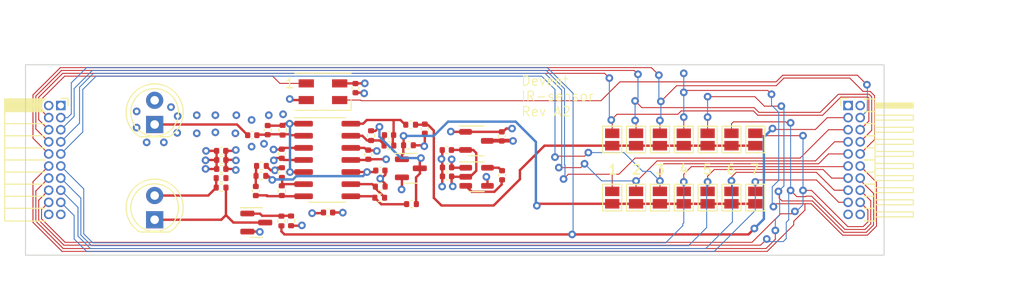
<source format=kicad_pcb>
(kicad_pcb (version 20240108) (generator "pcbnew") (generator_version "8.0")
  (layers (0 "F.Cu" signal) (1 "In1.Cu" signal) (2 "In2.Cu" signal) (31 "B.Cu" signal) (34 "B.Paste" user) (35 "F.Paste" user) (36 "B.SilkS" user "B.Silkscreen") (37 "F.SilkS" user "F.Silkscreen") (38 "B.Mask" user) (39 "F.Mask" user) (44 "Edge.Cuts" user))
  (net 0 "")
  (net 1 "Net-(U1C-+)")
  (net 2 "GND")
  (net 3 "Net-(D5-K)")
  (net 4 "Net-(U1B-+)")
  (net 5 "Net-(D6-K)")
  (net 6 "Net-(U1B--)")
  (net 7 "/PWM_SEND")
  (net 8 "/PWM_RCV")
  (net 9 "Net-(U1C--)")
  (net 10 "+2V5")
  (net 11 "+5V")
  (net 12 "Net-(C6-Pad1)")
  (net 13 "Net-(Q2-D)")
  (net 14 "Net-(R4-Pad1)")
  (net 15 "/DOG")
  (net 16 "-2V5")
  (net 17 "Net-(D6-A)")
  (net 18 "/INDICATOR_IN")
  (net 19 "Net-(U1A--)")
  (net 20 "Net-(C13-Pad1)")
  (net 21 "Net-(U1D--)")
  (net 22 "Net-(C6-Pad2)")
  (net 23 "Net-(U4-CFLY-)")
  (net 24 "Net-(U4-CFLY+)")
  (net 25 "Net-(Q1-G)")
  (net 26 "/INDICATOR_OUT")
  (net 27 "/PWM_RCV_1")
  (net 28 "/PWM_RCV_2")
  (net 29 "/DOG_7")
  (net 30 "/DOG_4")
  (net 31 "/DOG_5")
  (net 32 "/PWM_RCV_3")
  (net 33 "/PWM_RCV_6")
  (net 34 "/PWM_RCV_7")
  (net 35 "/PWM_RCV_5")
  (net 36 "/DOG_2")
  (net 37 "/PWM_RCV_4")
  (net 38 "/DOG_6")
  (net 39 "/DOG_3")
  (net 40 "/DOG_1")
  (footprint "LED_SMD:LED_SK6812MINI_PLCC4_3.5x3.5mm_P1.75mm" (layer "F.Cu") (at 81.18 52.835)
    (property "Reference" "D4" (hide yes))
    (property "Value" "SK6812MINI" (hide yes))
  )
  (footprint "Resistor_SMD:R_0402_1005Metric" (layer "F.Cu") (at 76.875 61.325 -90)
    (property "Reference" "R3" (hide yes))
    (property "Value" "1k" (hide yes))
  )
  (footprint "Jumper:SolderJumper-2_P1.3mm_Open_Pad1.0x1.5mm" (layer "F.Cu") (at 114 57.85 -90)
    (property "Reference" "JP2" (hide yes))
    (property "Value" "Jumper_2_Open" (hide yes))
  )
  (footprint "Capacitor_SMD:C_0402_1005Metric" (layer "F.Cu") (at 70.52 60 180)
    (property "Reference" "C7" (hide yes))
    (property "Value" "2.2u" (hide yes))
  )
  (footprint "LED_THT:LED_D5.0mm" (layer "F.Cu") (at 63.535 56.275 90)
    (property "Reference" "D5" (hide yes))
    (property "Value" "D_Photo" (hide yes))
  )
  (footprint "Capacitor_SMD:C_0402_1005Metric" (layer "F.Cu") (at 99.925 57.525 -90)
    (property "Reference" "C5" (hide yes))
    (property "Value" "2.2u" (hide yes))
  )
  (footprint "Resistor_SMD:R_0402_1005Metric" (layer "F.Cu") (at 77.835 66.395 90)
    (property "Reference" "R12" (hide yes))
    (property "Value" "100k" (hide yes))
  )
  (footprint "Resistor_SMD:R_0402_1005Metric" (layer "F.Cu") (at 70.5 62.9)
    (property "Reference" "R9" (hide yes))
    (property "Value" "10k" (hide yes))
  )
  (footprint "Package_SO:SOIC-14_3.9x8.7mm_P1.27mm" (layer "F.Cu") (at 81.625 60)
    (property "Reference" "U1" (hide yes))
    (property "Value" "MCP6004" (hide yes))
  )
  (footprint "Package_TO_SOT_SMD:SOT-23-3" (layer "F.Cu") (at 97.265 57.995)
    (property "Reference" "U2" (hide yes))
    (property "Value" "HX6206P252MR" (hide yes))
  )
  (footprint "Package_TO_SOT_SMD:SOT-23" (layer "F.Cu") (at 74.19 66.57)
    (property "Reference" "Q1" (hide yes))
    (property "Value" "BSS138" (hide yes))
  )
  (footprint "Jumper:SolderJumper-2_P1.3mm_Open_Pad1.0x1.5mm" (layer "F.Cu") (at 121.5 57.85 -90)
    (property "Reference" "JP5" (hide yes))
    (property "Value" "Jumper_2_Open" (hide yes))
  )
  (footprint "Jumper:SolderJumper-2_P1.3mm_Open_Pad1.0x1.5mm" (layer "F.Cu") (at 116.5 57.85 -90)
    (property "Reference" "JP3" (hide yes))
    (property "Value" "Jumper_2_Open" (hide yes))
  )
  (footprint "Resistor_SMD:R_0402_1005Metric" (layer "F.Cu") (at 76.945 56.875 90)
    (property "Reference" "R1" (hide yes))
    (property "Value" "100k" (hide yes))
  )
  (footprint "Resistor_SMD:R_0402_1005Metric" (layer "F.Cu") (at 90.37 56.295 180)
    (property "Reference" "R18" (hide yes))
    (property "Value" "10k" (hide yes))
  )
  (footprint "Capacitor_SMD:C_0402_1005Metric" (layer "F.Cu") (at 94.185 60.785)
    (property "Reference" "C18" (hide yes))
    (property "Value" "2.2u" (hide yes))
  )
  (footprint "Resistor_SMD:R_0402_1005Metric" (layer "F.Cu") (at 90.14 58.46 180)
    (property "Reference" "R7" (hide yes))
    (property "Value" "100k" (hide yes))
  )
  (footprint "Jumper:SolderJumper-2_P1.3mm_Open_Pad1.0x1.5mm" (layer "F.Cu") (at 124 63.95 -90)
    (property "Reference" "JP13" (hide yes))
    (property "Value" "Jumper_2_Open" (hide yes))
  )
  (footprint "Resistor_SMD:R_0402_1005Metric" (layer "F.Cu") (at 70.5 61.9)
    (property "Reference" "R11" (hide yes))
    (property "Value" "200" (hide yes))
  )
  (footprint "Package_TO_SOT_SMD:SOT-23" (layer "F.Cu") (at 90.395 60.875)
    (property "Reference" "Q2" (hide yes))
    (property "Value" "BSS138" (hide yes))
  )
  (footprint "Capacitor_SMD:C_0402_1005Metric" (layer "F.Cu") (at 88.105 57.385 180)
    (property "Reference" "C13" (hide yes))
    (property "Value" "100n" (hide yes))
  )
  (footprint "Resistor_SMD:R_0402_1005Metric" (layer "F.Cu") (at 76.825 66.405 90)
    (property "Reference" "R8" (hide yes))
    (property "Value" "100" (hide yes))
  )
  (footprint "LED_THT:LED_D5.0mm" (layer "F.Cu") (at 63.535 66.275 90)
    (property "Reference" "D6" (hide yes))
    (property "Value" "IR-LED" (hide yes))
  )
  (footprint "Jumper:SolderJumper-2_P1.3mm_Open_Pad1.0x1.5mm" (layer "F.Cu") (at 119 57.85 -90)
    (property "Reference" "JP4" (hide yes))
    (property "Value" "Jumper_2_Open" (hide yes))
  )
  (footprint "Resistor_SMD:R_0402_1005Metric" (layer "F.Cu") (at 86.225 57.445 90)
    (property "Reference" "R16" (hide yes))
    (property "Value" "1k" (hide yes))
  )
  (footprint "Resistor_SMD:R_0402_1005Metric" (layer "F.Cu") (at 74.731 60.627)
    (property "Reference" "R14" (hide yes))
    (property "Value" "1k" (hide yes))
  )
  (footprint "Resistor_SMD:R_0402_1005Metric" (layer "F.Cu") (at 90.46 64.635 180)
    (property "Reference" "R6" (hide yes))
    (property "Value" "100" (hide yes))
  )
  (footprint "Connector_PinSocket_1.27mm:PinSocket_2x10_P1.27mm_Horizontal" (layer "F.Cu") (at 53.7 54.285)
    (property "Reference" "J3" (hide yes))
    (property "Value" "Conn_02x10_Odd_Even" (hide yes))
  )
  (footprint "Capacitor_SMD:C_0402_1005Metric" (layer "F.Cu") (at 87.195 61.105)
    (property "Reference" "C9" (hide yes))
    (property "Value" "10nF" (hide yes))
  )
  (footprint "Resistor_SMD:R_0402_1005Metric" (layer "F.Cu") (at 87.125 63.965)
    (property "Reference" "R4" (hide yes))
    (property "Value" "10k" (hide yes))
  )
  (footprint "Connector_PinHeader_1.27mm:PinHeader_2x10_P1.27mm_Horizontal" (layer "F.Cu") (at 136.225 54.285)
    (property "Reference" "J2" (hide yes))
    (property "Value" "Conn_02x10_Odd_Even" (hide yes))
  )
  (footprint "Jumper:SolderJumper-2_P1.3mm_Open_Pad1.0x1.5mm" (layer "F.Cu") (at 111.5 57.85 -90)
    (property "Reference" "JP1" (hide yes))
    (property "Value" "Jumper_2_Open" (hide yes))
  )
  (footprint "Capacitor_SMD:C_0402_1005Metric" (layer "F.Cu") (at 81.715 65.515)
    (property "Reference" "C8" (hide yes))
    (property "Value" "2.2u" (hide yes))
  )
  (footprint "Jumper:SolderJumper-2_P1.3mm_Open_Pad1.0x1.5mm" (layer "F.Cu") (at 116.5 63.95 -90)
    (property "Reference" "JP10" (hide yes))
    (property "Value" "Jumper_2_Open" (hide yes))
  )
  (footprint "Jumper:SolderJumper-2_P1.3mm_Open_Pad1.0x1.5mm" (layer "F.Cu") (at 114 63.95 -90)
    (property "Reference" "JP9" (hide yes))
    (property "Value" "Jumper_2_Open" (hide yes))
  )
  (footprint "Capacitor_SMD:C_0402_1005Metric" (layer "F.Cu") (at 84.585 52.455 -90)
    (property "Reference" "C3" (hide yes))
    (property "Value" "100n" (hide yes))
  )
  (footprint "Resistor_SMD:R_0402_1005Metric" (layer "F.Cu") (at 88.095 58.485 180)
    (property "Reference" "R17" (hide yes))
    (property "Value" "100k" (hide yes))
  )
  (footprint "Capacitor_SMD:C_0402_1005Metric" (layer "F.Cu") (at 94.185 61.725)
    (property "Reference" "C16" (hide yes))
    (property "Value" "2.2u" (hide yes))
  )
  (footprint "Jumper:SolderJumper-2_P1.3mm_Open_Pad1.0x1.5mm" (layer "F.Cu") (at 119 63.95 -90)
    (property "Reference" "JP11" (hide yes))
    (property "Value" "Jumper_2_Open" (hide yes))
  )
  (footprint "Capacitor_SMD:C_0402_1005Metric" (layer "F.Cu") (at 73.77 57.4 180)
    (property "Reference" "C15" (hide yes))
    (property "Value" "10nF" (hide yes))
  )
  (footprint "Capacitor_SMD:C_0402_1005Metric" (layer "F.Cu") (at 75.385 56.865 90)
    (property "Reference" "C1" (hide yes))
    (property "Value" "1nF" (hide yes))
  )
  (footprint "Capacitor_SMD:C_0402_1005Metric" (layer "F.Cu") (at 76.865 59.345 -90)
    (property "Reference" "C2" (hide yes))
    (property "Value" "100n" (hide yes))
  )
  (footprint "Resistor_SMD:R_0402_1005Metric" (layer "F.Cu") (at 74.675 61.675)
    (property "Reference" "R15" (hide yes))
    (property "Value" "4.7k" (hide yes))
  )
  (footprint "Resistor_SMD:R_0402_1005Metric" (layer "F.Cu") (at 76.865 63.225 -90)
    (property "Reference" "R2" (hide yes))
    (property "Value" "100k" (hide yes))
  )
  (footprint "Capacitor_SMD:C_0402_1005Metric" (layer "F.Cu") (at 94.165 58.955)
    (property "Reference" "C12" (hide yes))
    (property "Value" "2.2u" (hide yes))
  )
  (footprint "Jumper:SolderJumper-2_P1.3mm_Open_Pad1.0x1.5mm" (layer "F.Cu") (at 121.5 63.95 -90)
    (property "Reference" "JP12" (hide yes))
    (property "Value" "Jumper_2_Open" (hide yes))
  )
  (footprint "Capacitor_SMD:C_0402_1005Metric" (layer "F.Cu") (at 91.855 56.72 -90)
    (property "Reference" "C11" (hide yes))
    (property "Value" "100n" (hide yes))
  )
  (footprint "Capacitor_SMD:C_0402_1005Metric" (layer "F.Cu") (at 70.52 60.95 180)
    (property "Reference" "C4" (hide yes))
    (property "Value" "100n" (hide yes))
  )
  (footprint "Capacitor_SMD:C_0402_1005Metric" (layer "F.Cu") (at 74.14 63.26 -90)
    (property "Reference" "C6" (hide yes))
    (property "Value" "10nF" (hide yes))
  )
  (footprint "Jumper:SolderJumper-2_P1.3mm_Open_Pad1.0x1.5mm" (layer "F.Cu") (at 126.5 63.95 -90)
    (property "Reference" "JP14" (hide yes))
    (property "Value" "Jumper_2_Open" (hide yes))
  )
  (footprint "Jumper:SolderJumper-2_P1.3mm_Open_Pad1.0x1.5mm" (layer "F.Cu") (at 126.5 57.85 -90)
    (property "Reference" "JP7" (hide yes))
    (property "Value" "Jumper_2_Open" (hide yes))
  )
  (footprint "Resistor_SMD:R_0402_1005Metric" (layer "F.Cu") (at 87.185 62.795)
    (property "Reference" "R5" (hide yes))
    (property "Value" "1k" (hide yes))
  )
  (footprint "Capacitor_SMD:C_0402_1005Metric" (layer "F.Cu") (at 70.51 59.04 180)
    (property "Reference" "C14" (hide yes))
    (property "Value" "2.2u" (hide yes))
  )
  (footprint "Jumper:SolderJumper-2_P1.3mm_Open_Pad1.0x1.5mm" (layer "F.Cu") (at 124 57.85 -90)
    (property "Reference" "JP6" (hide yes))
    (property "Value" "Jumper_2_Open" (hide yes))
  )
  (footprint "Capacitor_SMD:C_0402_1005Metric" (layer "F.Cu") (at 85.925 59.445 -90)
    (property "Reference" "C10" (hide yes))
    (property "Value" "100n" (hide yes))
  )
  (footprint "Package_TO_SOT_SMD:SOT-23-5" (layer "F.Cu") (at 97.285 61.765)
    (property "Reference" "U4" (hide yes))
    (property "Value" "TPS60400DBVR" (hide yes))
  )
  (footprint "Jumper:SolderJumper-2_P1.3mm_Open_Pad1.0x1.5mm" (layer "F.Cu") (at 111.5 63.95 -90)
    (property "Reference" "JP8" (hide yes))
    (property "Value" "Jumper_2_Open" (hide yes))
  )
  (footprint "Capacitor_SMD:C_0402_1005Metric" (layer "F.Cu") (at 99.955 61.605 90)
    (property "Reference" "C17" (hide yes))
    (property "Value" "2.2u" (hide yes))
  )
  (gr_rect (start 50 50) (end 140 70) (stroke (width 0.1)) (fill none) (layer "Edge.Cuts"))
  (gr_text "1  2  3  4  5  6  7" (at 111 61.6 0) (layer "F.SilkS") (effects (font (size 1 1)) (justify left bottom)))
  (gr_text "Devent \nIR-sensor\nRev A2" (at 101.9 55.5 0) (layer "F.SilkS") (effects (font (size 1 1) (thickness 0.1)) (justify left bottom)))
  (segment (start 86.67 61.27) (end 86.7 61.3) (width 0.25) (layer "F.Cu") (net 1))
  (segment (start 75.185 61.675) (end 75.438721 61.675) (width 0.25) (layer "F.Cu") (net 1))
  (segment (start 75.438721 61.675) (end 75.858973 62.095252) (width 0.25) (layer "F.Cu") (net 1))
  (segment (start 84.1 61.27) (end 86.67 61.27) (width 0.25) (layer "F.Cu") (net 1))
  (via (at 85.8 61.27) (size 0.8) (drill 0.4) (layers "F.Cu" "B.Cu") (net 1))
  (via (at 75.858973 62.095252) (size 0.8) (drill 0.4) (layers "F.Cu" "B.Cu") (net 1))
  (segment (start 78.045464 62.044751) (end 75.909474 62.044751) (width 0.25) (layer "B.Cu") (net 1))
  (segment (start 78.390215 61.7) (end 78.045464 62.044751) (width 0.25) (layer "B.Cu") (net 1))
  (segment (start 85.37 61.7) (end 78.390215 61.7) (width 0.25) (layer "B.Cu") (net 1))
  (segment (start 75.909474 62.044751) (end 75.858973 62.095252) (width 0.25) (layer "B.Cu") (net 1))
  (segment (start 85.8 61.27) (end 85.37 61.7) (width 0.25) (layer "B.Cu") (net 1))
  (segment (start 74.53 67.52) (end 74.56 67.55) (width 0.25) (layer "F.Cu") (net 2))
  (segment (start 70.03 60.94) (end 70.045 60.955) (width 0.25) (layer "F.Cu") (net 2))
  (segment (start 75.241 60.627) (end 75.699451 61.085451) (width 0.25) (layer "F.Cu") (net 2))
  (segment (start 87.725 61.305) (end 87.725 61.535) (width 0.25) (layer "F.Cu") (net 2))
  (segment (start 78.935 66.905) (end 78.97 66.87) (width 0.25) (layer "F.Cu") (net 2))
  (segment (start 84.585 52.935) (end 85.435 52.935) (width 0.25) (layer "F.Cu") (net 2))
  (segment (start 98.4225 62.715) (end 98.4225 61.8825) (width 0.25) (layer "F.Cu") (net 2))
  (segment (start 87.725 61.535) (end 87.23 62.03) (width 0.25) (layer "F.Cu") (net 2))
  (segment (start 93.685 58.955) (end 93.685 62.775037) (width 0.25) (layer "F.Cu") (net 2))
  (segment (start 79.15 58.73) (end 77.17 58.73) (width 0.25) (layer "F.Cu") (net 2))
  (segment (start 91.855 58.5) (end 91.8 58.555) (width 0.25) (layer "F.Cu") (net 2))
  (segment (start 96.1275 57.045) (end 100.055 57.045) (width 0.25) (layer "F.Cu") (net 2))
  (segment (start 85.53 58.73) (end 85.8 59) (width 0.25) (layer "F.Cu") (net 2))
  (segment (start 94.605 57.045) (end 94.58 57.02) (width 0.25) (layer "F.Cu") (net 2))
  (segment (start 73.2525 67.52) (end 74.53 67.52) (width 0.25) (layer "F.Cu") (net 2))
  (segment (start 70.04 60) (end 68.91 60) (width 0.25) (layer "F.Cu") (net 2))
  (segment (start 70.03 59.04) (end 68.93 59.04) (width 0.25) (layer "F.Cu") (net 2))
  (segment (start 76.417189 60.815) (end 76.146738 61.085451) (width 0.25) (layer "F.Cu") (net 2))
  (segment (start 86.76751 59) (end 86.824807 59.057297) (width 0.25) (layer "F.Cu") (net 2))
  (segment (start 77.81 53.71) (end 77.7 53.6) (width 0.25) (layer "F.Cu") (net 2))
  (segment (start 87.695 62.495) (end 87.23 62.03) (width 0.25) (layer "F.Cu") (net 2))
  (segment (start 87.695 62.795) (end 87.695 62.495) (width 0.25) (layer "F.Cu") (net 2))
  (segment (start 93.685 62.775037) (end 93.668939 62.791098) (width 0.25) (layer "F.Cu") (net 2))
  (segment (start 85.8 59) (end 86.76751 59) (width 0.25) (layer "F.Cu") (net 2))
  (segment (start 90.65 58.46) (end 91.705 58.46) (width 0.25) (layer "F.Cu") (net 2))
  (segment (start 89.4575 63.0625) (end 89.42 63.1) (width 0.25) (layer "F.Cu") (net 2))
  (segment (start 77.835 66.905) (end 78.935 66.905) (width 0.25) (layer "F.Cu") (net 2))
  (segment (start 96.1275 57.045) (end 94.605 57.045) (width 0.25) (layer "F.Cu") (net 2))
  (segment (start 84.1 58.73) (end 85.53 58.73) (width 0.25) (layer "F.Cu") (net 2))
  (segment (start 79.43 53.71) (end 77.81 53.71) (width 0.25) (layer "F.Cu") (net 2))
  (segment (start 68.89 60.95) (end 68.875 60.935) (width 0.25) (layer "F.Cu") (net 2))
  (segment (start 100.055 57.045) (end 100.4 56.7) (width 0.25) (layer "F.Cu") (net 2))
  (segment (start 75.699451 61.085451) (end 76.146738 61.085451) (width 0.25) (layer "F.Cu") (net 2))
  (segment (start 99.925 57.045) (end 100.055 57.045) (width 0.25) (layer "F.Cu") (net 2))
  (segment (start 76.875 60.815) (end 76.417189 60.815) (width 0.25) (layer "F.Cu") (net 2))
  (segment (start 68.93 59.04) (end 68.925 59.045) (width 0.25) (layer "F.Cu") (net 2))
  (segment (start 68.91 60) (end 68.875 60.035) (width 0.25) (layer "F.Cu") (net 2))
  (segment (start 89.4575 61.825) (end 89.4575 63.0625) (width 0.25) (layer "F.Cu") (net 2))
  (segment (start 91.705 58.46) (end 91.8 58.555) (width 0.25) (layer "F.Cu") (net 2))
  (segment (start 85.435 52.935) (end 85.5 53) (width 0.25) (layer "F.Cu") (net 2))
  (segment (start 100.4 56.7) (end 101 56.7) (width 0.25) (layer "F.Cu") (net 2))
  (segment (start 70.04 60.95) (end 68.89 60.95) (width 0.25) (layer "F.Cu") (net 2))
  (segment (start 77.17 58.73) (end 77 58.9) (width 0.25) (layer "F.Cu") (net 2))
  (segment (start 70.03 59.04) (end 70.03 60.94) (width 0.25) (layer "F.Cu") (net 2))
  (segment (start 91.855 57.2) (end 91.855 58.5) (width 0.25) (layer "F.Cu") (net 2))
  (segment (start 98.4225 61.8825) (end 98.308008 61.768008) (width 0.25) (layer "F.Cu") (net 2))
  (segment (start 77 58.9) (end 76 58.9) (width 0.25) (layer "F.Cu") (net 2))
  (via (at 76 58.9) (size 0.8) (drill 0.4) (layers "F.Cu" "B.Cu") (net 2))
  (via (at 75 58.3) (size 0.8) (drill 0.4) (layers "F.Cu" "B.Cu") (net 2))
  (via (at 67.95 55.3) (size 0.8) (drill 0.4) (layers "F.Cu" "B.Cu") (net 2))
  (via (at 68.875 60.035) (size 0.8) (drill 0.4) (layers "F.Cu" "B.Cu") (net 2))
  (via (at 93.668939 62.791098) (size 0.8) (drill 0.4) (layers "F.Cu" "B.Cu") (net 2))
  (via (at 68.875 60.935) (size 0.8) (drill 0.4) (layers "F.Cu" "B.Cu") (net 2))
  (via (at 73.7 58.6) (size 0.8) (drill 0.4) (layers "F.Cu" "B.Cu") (net 2))
  (via (at 61.65 56.6) (size 0.8) (drill 0.4) (layers "F.Cu" "B.Cu") (net 2))
  (via (at 77.7 53.6) (size 0.8) (drill 0.4) (layers "F.Cu" "B.Cu") (net 2))
  (via (at 67.95 57.2) (size 0.8) (drill 0.4) (layers "F.Cu" "B.Cu") (net 2))
  (via (at 101 56.7) (size 0.8) (drill 0.4) (layers "F.Cu" "B.Cu") (net 2))
  (via (at 85.5 53) (size 0.8) (drill 0.4) (layers "F.Cu" "B.Cu") (net 2))
  (via (at 73.7 55.8) (size 0.8) (drill 0.4) (layers "F.Cu" "B.Cu") (net 2))
  (via (at 77 55.2) (size 0.8) (drill 0.4) (layers "F.Cu" "B.Cu") (net 2))
  (via (at 72.1 55.3) (size 0.8) (drill 0.4) (layers "F.Cu" "B.Cu") (net 2))
  (via (at 76.146738 61.085451) (size 0.8) (drill 0.4) (layers "F.Cu" "B.Cu") (net 2))
  (via (at 65.95 55.4) (size 0.8) (drill 0.4) (layers "F.Cu" "B.Cu") (net 2))
  (via (at 69.9 57.1) (size 0.8) (drill 0.4) (layers "F.Cu" "B.Cu") (net 2))
  (via (at 74.56 67.55) (size 0.8) (drill 0.4) (layers "F.Cu" "B.Cu") (net 2))
  (via (at 93.6 59.9) (size 0.8) (drill 0.4) (layers "F.Cu" "B.Cu") (net 2))
  (via (at 69.9 55.3) (size 0.8) (drill 0.4) (layers "F.Cu" "B.Cu") (net 2))
  (via (at 68.925 59.045) (size 0.8) (drill 0.4) (layers "F.Cu" "B.Cu") (net 2))
  (via (at 91.8 58.555) (size 0.8) (drill 0.4) (layers "F.Cu" "B.Cu") (net 2))
  (via (at 86.824807 59.057297) (size 0.8) (drill 0.4) (layers "F.Cu" "B.Cu") (net 2))
  (via (at 72 57.2) (size 0.8) (drill 0.4) (layers "F.Cu" "B.Cu") (net 2))
  (via (at 65.25 54.45) (size 0.8) (drill 0.4) (layers "F.Cu" "B.Cu") (net 2))
  (via (at 65.9 57.15) (size 0.8) (drill 0.4) (layers "F.Cu" "B.Cu") (net 2))
  (via (at 75.5 55.3) (size 0.8) (drill 0.4) (layers "F.Cu" "B.Cu") (net 2))
  (via (at 61.65 54.9) (size 0.8) (drill 0.4) (layers "F.Cu" "B.Cu") (net 2))
  (via (at 87.18 61.96) (size 0.8) (drill 0.4) (layers "F.Cu" "B.Cu") (net 2))
  (via (at 78.97 66.87) (size 0.8) (drill 0.4) (layers "F.Cu" "B.Cu") (net 2))
  (via (at 89.42 63.1) (size 0.8) (drill 0.4) (layers "F.Cu" "B.Cu") (net 2))
  (via (at 62.7 58.15) (size 0.8) (drill 0.4) (layers "F.Cu" "B.Cu") (net 2))
  (via (at 64.5 58.15) (size 0.8) (drill 0.4) (layers "F.Cu" "B.Cu") (net 2))
  (via (at 94.58 57.02) (size 0.8) (drill 0.4) (layers "F.Cu" "B.Cu") (net 2))
  (via (at 98.308008 61.768008) (size 0.8) (drill 0.4) (layers "F.Cu" "B.Cu") (net 2))
  (segment (start 72.165 56.275) (end 73.29 57.4) (width 0.25) (layer "F.Cu") (net 3))
  (segment (start 63.535 56.275) (end 72.165 56.275) (width 0.25) (layer "F.Cu") (net 3))
  (segment (start 79.15 61.27) (end 77.724697 61.27) (width 0.25) (layer "F.Cu") (net 4))
  (segment (start 77 56.4) (end 75.5 56.4) (width 0.25) (layer "F.Cu") (net 4))
  (segment (start 77.21 56.19) (end 77 56.4) (width 0.25) (layer "F.Cu") (net 4))
  (segment (start 79.15 56.19) (end 77.21 56.19) (width 0.25) (layer "F.Cu") (net 4))
  (segment (start 77.724697 61.27) (end 77.724448 61.269751) (width 0.25) (layer "F.Cu") (net 4))
  (via (at 77.68 56.19) (size 0.8) (drill 0.4) (layers "F.Cu" "B.Cu") (net 4))
  (via (at 77.724448 61.269751) (size 0.8) (drill 0.4) (layers "F.Cu" "B.Cu") (net 4))
  (segment (start 77.724448 61.269751) (end 77.724448 56.234448) (width 0.25) (layer "B.Cu") (net 4))
  (segment (start 77.724448 56.234448) (end 77.68 56.19) (width 0.25) (layer "B.Cu") (net 4))
  (segment (start 71.79 66.57) (end 71.01 65.79) (width 0.25) (layer "F.Cu") (net 5))
  (segment (start 63.535 66.275) (end 70.525 66.275) (width 0.25) (layer "F.Cu") (net 5))
  (segment (start 75.1275 66.57) (end 71.79 66.57) (width 0.25) (layer "F.Cu") (net 5))
  (segment (start 70.525 66.275) (end 71.01 65.79) (width 0.25) (layer "F.Cu") (net 5))
  (segment (start 71.01 65.79) (end 71.01 62.9) (width 0.25) (layer "F.Cu") (net 5))
  (segment (start 79.15 62.54) (end 77.06 62.54) (width 0.25) (layer "F.Cu") (net 6))
  (segment (start 77.06 62.54) (end 76.9 62.7) (width 0.25) (layer "F.Cu") (net 6))
  (segment (start 76.9 62) (end 76.95 61.95) (width 0.25) (layer "F.Cu") (net 6))
  (segment (start 76.9 62.7) (end 76.9 62) (width 0.25) (layer "F.Cu") (net 6))
  (segment (start 132.8 56.8) (end 128.4 56.8) (width 0.1) (layer "F.Cu") (net 7))
  (segment (start 76.825 67.5) (end 76.825 66.915) (width 0.25) (layer "F.Cu") (net 7))
  (segment (start 107.3 67.82) (end 77.145 67.82) (width 0.25) (layer "F.Cu") (net 7))
  (segment (start 128.4 56.8) (end 128.3 56.7) (width 0.1) (layer "F.Cu") (net 7))
  (segment (start 125.78 67.82) (end 126.4 67.2) (width 0.25) (layer "F.Cu") (net 7))
  (segment (start 134.045 55.555) (end 132.8 56.8) (width 0.1) (layer "F.Cu") (net 7))
  (segment (start 77.145 67.82) (end 76.825 67.5) (width 0.25) (layer "F.Cu") (net 7))
  (segment (start 136.225 55.555) (end 134.045 55.555) (width 0.1) (layer "F.Cu") (net 7))
  (segment (start 107.3 67.82) (end 125.78 67.82) (width 0.25) (layer "F.Cu") (net 7))
  (via (at 128.3 56.7) (size 0.8) (drill 0.4) (layers "F.Cu" "B.Cu") (net 7))
  (via (at 107.3 67.82) (size 0.8) (drill 0.4) (layers "F.Cu" "B.Cu") (net 7))
  (via (at 126.4 67.2) (size 0.8) (drill 0.4) (layers "F.Cu" "B.Cu") (net 7))
  (segment (start 56.4 50.3) (end 54.8 51.9) (width 0.1) (layer "B.Cu") (net 7))
  (segment (start 54.407106 55.555) (end 53.7 55.555) (width 0.1) (layer "B.Cu") (net 7))
  (segment (start 128.3 56.7) (end 127.4 57.6) (width 0.25) (layer "B.Cu") (net 7))
  (segment (start 54.8 51.9) (end 54.8 55.162106) (width 0.1) (layer "B.Cu") (net 7))
  (segment (start 107.4 67.7) (end 107.4 53) (width 0.1) (layer "B.Cu") (net 7))
  (segment (start 107.2 67.9) (end 107.4 67.7) (width 0.1) (layer "B.Cu") (net 7))
  (segment (start 107.4 53) (end 104.7 50.3) (width 0.1) (layer "B.Cu") (net 7))
  (segment (start 127.4 66.2) (end 126.4 67.2) (width 0.25) (layer "B.Cu") (net 7))
  (segment (start 54.8 55.162106) (end 54.407106 55.555) (width 0.1) (layer "B.Cu") (net 7))
  (segment (start 127.4 57.6) (end 127.4 66.2) (width 0.25) (layer "B.Cu") (net 7))
  (segment (start 104.7 50.3) (end 56.4 50.3) (width 0.1) (layer "B.Cu") (net 7))
  (segment (start 103.6 64.8) (end 103.8 64.6) (width 0.25) (layer "F.Cu") (net 8))
  (segment (start 89.64 59.28) (end 89.6 59.24) (width 0.25) (layer "F.Cu") (net 8))
  (segment (start 103.8 64.6) (end 111.5 64.6) (width 0.25) (layer "F.Cu") (net 8))
  (segment (start 89.4575 59.925) (end 89.4575 59.4625) (width 0.25) (layer "F.Cu") (net 8))
  (segment (start 89.4575 59.4625) (end 89.64 59.28) (width 0.25) (layer "F.Cu") (net 8))
  (segment (start 89.63 58.46) (end 89.63 57.47) (width 0.25) (layer "F.Cu") (net 8))
  (segment (start 89.6 59.24) (end 89.6 58.54) (width 0.25) (layer "F.Cu") (net 8))
  (segment (start 111.5 64.6) (end 126.5 64.6) (width 0.25) (layer "F.Cu") (net 8))
  (via (at 89.63 57.47) (size 0.8) (drill 0.4) (layers "F.Cu" "B.Cu") (net 8))
  (via (at 103.6 64.8) (size 0.8) (drill 0.4) (layers "F.Cu" "B.Cu") (net 8))
  (segment (start 103.5 58.1) (end 101.375 55.975) (width 0.25) (layer "B.Cu") (net 8))
  (segment (start 92.8 57.47) (end 89.63 57.47) (width 0.25) (layer "B.Cu") (net 8))
  (segment (start 101.375 55.975) (end 94.295 55.975) (width 0.25) (layer "B.Cu") (net 8))
  (segment (start 103.6 64.8) (end 103.5 64.7) (width 0.25) (layer "B.Cu") (net 8))
  (segment (start 94.295 55.975) (end 92.8 57.47) (width 0.25) (layer "B.Cu") (net 8))
  (segment (start 103.5 64.7) (end 103.5 58.1) (width 0.25) (layer "B.Cu") (net 8))
  (segment (start 86.675 62.795) (end 86.675 62.975) (width 0.25) (layer "F.Cu") (net 9))
  (segment (start 86.34 62.54) (end 86.6 62.8) (width 0.25) (layer "F.Cu") (net 9))
  (segment (start 86.675 62.975) (end 87.6 63.9) (width 0.25) (layer "F.Cu") (net 9))
  (segment (start 84.1 62.54) (end 86.34 62.54) (width 0.25) (layer "F.Cu") (net 9))
  (segment (start 96.1275 58.945) (end 94.665 58.945) (width 0.25) (layer "F.Cu") (net 10))
  (segment (start 97.25 59.27) (end 96.97 58.99) (width 0.25) (layer "F.Cu") (net 10))
  (segment (start 94.805 61.765) (end 94.73 61.69) (width 0.25) (layer "F.Cu") (net 10))
  (segment (start 77.1 60) (end 76.9 59.8) (width 0.25) (layer "F.Cu") (net 10))
  (segment (start 96.1475 61.765) (end 94.805 61.765) (width 0.25) (layer "F.Cu") (net 10))
  (segment (start 96.94 58.96) (end 96.11 58.96) (width 0.25) (layer "F.Cu") (net 10))
  (segment (start 96.1475 61.765) (end 96.615 61.765) (width 0.25) (layer "F.Cu") (net 10))
  (segment (start 81.205 65.585) (end 80.04 65.585) (width 0.25) (layer "F.Cu") (net 10))
  (segment (start 97.25 61.13) (end 97.25 59.27) (width 0.25) (layer "F.Cu") (net 10))
  (segment (start 94.665 62.657593) (end 94.78173 62.774323) (width 0.25) (layer "F.Cu") (net 10))
  (segment (start 94.665 58.945) (end 94.66 58.94) (width 0.25) (layer "F.Cu") (net 10))
  (segment (start 76.8 59.8) (end 76.268719 59.8) (width 0.25) (layer "F.Cu") (net 10))
  (segment (start 81.325 65.475) (end 81.3 65.5) (width 0.25) (layer "F.Cu") (net 10))
  (segment (start 79.15 60) (end 77.1 60) (width 0.25) (layer "F.Cu") (net 10))
  (segment (start 94.665 61.725) (end 94.665 62.657593) (width 0.25) (layer "F.Cu") (net 10))
  (segment (start 96.97 58.99) (end 96.94 58.96) (width 0.25) (layer "F.Cu") (net 10))
  (segment (start 76.268719 59.8) (end 76.026346 60.042373) (width 0.25) (layer "F.Cu") (net 10))
  (segment (start 96.615 61.765) (end 97.25 61.13) (width 0.25) (layer "F.Cu") (net 10))
  (via (at 94.78173 62.774323) (size 0.8) (drill 0.4) (layers "F.Cu" "B.Cu") (net 10))
  (via (at 80.04 65.585) (size 0.8) (drill 0.4) (layers "F.Cu" "B.Cu") (net 10))
  (via (at 76.026346 60.042373) (size 0.8) (drill 0.4) (layers "F.Cu" "B.Cu") (net 10))
  (segment (start 82.93 51.96) (end 85.556126 51.96) (width 0.25) (layer "F.Cu") (net 11))
  (segment (start 71 59.07) (end 70.975 59.045) (width 0.25) (layer "F.Cu") (net 11))
  (segment (start 98.44 57.97) (end 101.07 57.97) (width 0.4) (layer "F.Cu") (net 11))
  (segment (start 71.995 59.985) (end 72.055 60.045) (width 0.25) (layer "F.Cu") (net 11))
  (segment (start 71 60.95) (end 71.94 60.95) (width 0.25) (layer "F.Cu") (net 11))
  (segment (start 70.99 59.04) (end 71.96 59.04) (width 0.25) (layer "F.Cu") (net 11))
  (segment (start 71.96 59.04) (end 72.045 58.955) (width 0.25) (layer "F.Cu") (net 11))
  (segment (start 71 59.99) (end 70.995 59.985) (width 0.25) (layer "F.Cu") (net 11))
  (segment (start 70.995 59.985) (end 71.995 59.985) (width 0.25) (layer "F.Cu") (net 11))
  (segment (start 101.07 57.97) (end 101.1 58) (width 0.4) (layer "F.Cu") (net 11))
  (segment (start 71.865 60.045) (end 72.055 60.045) (width 0.25) (layer "F.Cu") (net 11))
  (segment (start 85.556126 51.96) (end 85.564166 51.95196) (width 0.25) (layer "F.Cu") (net 11))
  (segment (start 71.94 60.95) (end 72.045 61.055) (width 0.25) (layer "F.Cu") (net 11))
  (segment (start 71 60) (end 71 59.07) (width 0.25) (layer "F.Cu") (net 11))
  (segment (start 71 60.95) (end 71 59.99) (width 0.25) (layer "F.Cu") (net 11))
  (via (at 72.055 60.045) (size 0.8) (drill 0.4) (layers "F.Cu" "B.Cu") (net 11))
  (via (at 85.564166 51.95196) (size 0.8) (drill 0.4) (layers "F.Cu" "B.Cu") (net 11))
  (via (at 101.1 58) (size 0.8) (drill 0.4) (layers "F.Cu" "B.Cu") (net 11))
  (via (at 72.045 58.955) (size 0.8) (drill 0.4) (layers "F.Cu" "B.Cu") (net 11))
  (via (at 72.045 61.055) (size 0.8) (drill 0.4) (layers "F.Cu" "B.Cu") (net 11))
  (segment (start 74.14 62.78) (end 74.14 61.74) (width 0.25) (layer "F.Cu") (net 12))
  (segment (start 74.165 60.735) (end 74.2 60.7) (width 0.25) (layer "F.Cu") (net 12))
  (segment (start 74.165 61.675) (end 74.165 60.735) (width 0.25) (layer "F.Cu") (net 12))
  (segment (start 90.94 62.61) (end 90.94 64.57) (width 0.25) (layer "F.Cu") (net 13))
  (segment (start 90.94 62.61) (end 90.94 61.83) (width 0.25) (layer "F.Cu") (net 13))
  (segment (start 91.3325 60.875) (end 91.3325 59.9175) (width 0.25) (layer "F.Cu") (net 13))
  (segment (start 91.3325 59.9175) (end 91.45 59.8) (width 0.25) (layer "F.Cu") (net 13))
  (segment (start 91.35 61.42) (end 91.34 61.41) (width 0.25) (layer "F.Cu") (net 13))
  (segment (start 91.34 61.41) (end 91.34 60.91) (width 0.25) (layer "F.Cu") (net 13))
  (segment (start 86.675 56.95) (end 87.1 56.525) (width 0.25) (layer "F.Cu") (net 13))
  (segment (start 90.94 61.83) (end 91.35 61.42) (width 0.25) (layer "F.Cu") (net 13))
  (segment (start 90.94 64.57) (end 90.91 64.6) (width 0.25) (layer "F.Cu") (net 13))
  (segment (start 86.3 56.95) (end 86.675 56.95) (width 0.25) (layer "F.Cu") (net 13))
  (via (at 91.45 59.8) (size 0.8) (drill 0.4) (layers "F.Cu" "B.Cu") (net 13))
  (via (at 87.1 56.525) (size 0.8) (drill 0.4) (layers "F.Cu" "B.Cu") (net 13))
  (segment (start 87.1 57.55) (end 89.35 59.8) (width 0.25) (layer "B.Cu") (net 13))
  (segment (start 87.1 56.525) (end 87.1 57.55) (width 0.25) (layer "B.Cu") (net 13))
  (segment (start 89.35 59.8) (end 91.45 59.8) (width 0.25) (layer "B.Cu") (net 13))
  (segment (start 84.1 63.81) (end 86.51 63.81) (width 0.25) (layer "F.Cu") (net 14))
  (segment (start 87.3 64.65) (end 89.86 64.65) (width 0.25) (layer "F.Cu") (net 14))
  (segment (start 86.51 63.81) (end 86.7 64) (width 0.25) (layer "F.Cu") (net 14))
  (segment (start 86.615 63.965) (end 87.3 64.65) (width 0.25) (layer "F.Cu") (net 14))
  (segment (start 92.8 56.92) (end 92.8 63.98) (width 0.25) (layer "F.Cu") (net 15))
  (segment (start 99.07149 64.78) (end 101.82649 62.025) (width 0.25) (layer "F.Cu") (net 15))
  (segment (start 91.97 56.34) (end 92.22 56.34) (width 0.25) (layer "F.Cu") (net 15))
  (segment (start 92.22 56.34) (end 92.8 56.92) (width 0.25) (layer "F.Cu") (net 15))
  (segment (start 101.82649 62.025) (end 101.82649 61.07351) (width 0.25) (layer "F.Cu") (net 15))
  (segment (start 90.88 56.295) (end 91.755 56.295) (width 0.25) (layer "F.Cu") (net 15))
  (segment (start 91.755 56.295) (end 91.775 56.275) (width 0.25) (layer "F.Cu") (net 15))
  (segment (start 93.6 64.78) (end 99.07149 64.78) (width 0.25) (layer "F.Cu") (net 15))
  (segment (start 92.8 63.98) (end 93.6 64.78) (width 0.25) (layer "F.Cu") (net 15))
  (segment (start 111.5 58.5) (end 126.5 58.5) (width 0.25) (layer "F.Cu") (net 15))
  (segment (start 101.82649 61.07351) (end 104.4 58.5) (width 0.25) (layer "F.Cu") (net 15))
  (segment (start 104.4 58.5) (end 111.5 58.5) (width 0.25) (layer "F.Cu") (net 15))
  (segment (start 83.245 65.515) (end 83.26 65.53) (width 0.25) (layer "F.Cu") (net 16))
  (segment (start 94.665 59.935) (end 94.67 59.93) (width 0.25) (layer "F.Cu") (net 16))
  (segment (start 96.1475 60.815) (end 94.825 60.815) (width 0.25) (layer "F.Cu") (net 16))
  (segment (start 85.925 59.925) (end 87.8 59.925) (width 0.25) (layer "F.Cu") (net 16))
  (segment (start 94.825 60.815) (end 94.8 60.79) (width 0.25) (layer "F.Cu") (net 16))
  (segment (start 94.665 60.785) (end 94.665 59.935) (width 0.25) (layer "F.Cu") (net 16))
  (segment (start 84.1 60) (end 86.2 60) (width 0.25) (layer "F.Cu") (net 16))
  (segment (start 82.195 65.515) (end 83.245 65.515) (width 0.25) (layer "F.Cu") (net 16))
  (via (at 94.67 59.93) (size 0.8) (drill 0.4) (layers "F.Cu" "B.Cu") (net 16))
  (via (at 87.8 59.925) (size 0.8) (drill 0.4) (layers "F.Cu" "B.Cu") (net 16))
  (via (at 83.26 65.53) (size 0.8) (drill 0.4) (layers "F.Cu" "B.Cu") (net 16))
  (segment (start 69.99 61.9) (end 69.99 62.9) (width 0.25) (layer "F.Cu") (net 17))
  (segment (start 69.155 63.735) (end 69.99 62.9) (width 0.25) (layer "F.Cu") (net 17))
  (segment (start 63.535 63.735) (end 69.155 63.735) (width 0.25) (layer "F.Cu") (net 17))
  (segment (start 129.375736 51.1) (end 137.2 51.1) (width 0.1) (layer "F.Cu") (net 18))
  (segment (start 128.675736 51.8) (end 129.375736 51.1) (width 0.1) (layer "F.Cu") (net 18))
  (segment (start 112.3 51.8) (end 128.675736 51.8) (width 0.1) (layer "F.Cu") (net 18))
  (segment (start 85.178984 53.775) (end 110.325 53.775) (width 0.1) (layer "F.Cu") (net 18))
  (segment (start 137.2 51.1) (end 138.2 52.1) (width 0.1) (layer "F.Cu") (net 18))
  (segment (start 85.113984 53.71) (end 85.178984 53.775) (width 0.1) (layer "F.Cu") (net 18))
  (segment (start 110.325 53.775) (end 112.3 51.8) (width 0.1) (layer "F.Cu") (net 18))
  (segment (start 82.93 53.71) (end 85.113984 53.71) (width 0.1) (layer "F.Cu") (net 18))
  (via (at 138.2 52.1) (size 0.8) (drill 0.4) (layers "F.Cu" "B.Cu") (net 18))
  (segment (start 137.495 55.555) (end 138.245 54.805) (width 0.1) (layer "B.Cu") (net 18))
  (segment (start 138.245 52.145) (end 138.2 52.1) (width 0.1) (layer "B.Cu") (net 18))
  (segment (start 138.245 54.805) (end 138.245 52.145) (width 0.1) (layer "B.Cu") (net 18))
  (segment (start 77.1 57.3) (end 77.7 57.3) (width 0.25) (layer "F.Cu") (net 19))
  (segment (start 77.8 57.4) (end 79.1 57.4) (width 0.25) (layer "F.Cu") (net 19))
  (segment (start 77.7 57.3) (end 77.8 57.4) (width 0.25) (layer "F.Cu") (net 19))
  (segment (start 74.305 57.345) (end 74.25 57.4) (width 0.25) (layer "F.Cu") (net 19))
  (segment (start 75.385 57.345) (end 74.305 57.345) (width 0.25) (layer "F.Cu") (net 19))
  (segment (start 75.5 57.3) (end 77.1 57.3) (width 0.25) (layer "F.Cu") (net 19))
  (segment (start 88.585 57.385) (end 88.585 55.84) (width 0.25) (layer "F.Cu") (net 20))
  (segment (start 85.39 56.19) (end 85.78 55.8) (width 0.25) (layer "F.Cu") (net 20))
  (segment (start 88.5 57.4) (end 88.5 58.4) (width 0.25) (layer "F.Cu") (net 20))
  (segment (start 88.585 55.84) (end 88.625 55.8) (width 0.25) (layer "F.Cu") (net 20))
  (segment (start 85.78 55.8) (end 88.625 55.8) (width 0.25) (layer "F.Cu") (net 20))
  (segment (start 89.3 55.8) (end 89.825 56.325) (width 0.25) (layer "F.Cu") (net 20))
  (segment (start 84.1 56.19) (end 85.39 56.19) (width 0.25) (layer "F.Cu") (net 20))
  (segment (start 88.625 55.8) (end 89.3 55.8) (width 0.25) (layer "F.Cu") (net 20))
  (segment (start 85.8 57.95) (end 87.15 57.95) (width 0.25) (layer "F.Cu") (net 21))
  (segment (start 87.535 57.365) (end 87.575 57.325) (width 0.25) (layer "F.Cu") (net 21))
  (segment (start 87.535 58.485) (end 87.535 57.365) (width 0.25) (layer "F.Cu") (net 21))
  (segment (start 87.15 57.95) (end 87.6 58.4) (width 0.25) (layer "F.Cu") (net 21))
  (segment (start 84.1 57.46) (end 85.31 57.46) (width 0.25) (layer "F.Cu") (net 21))
  (segment (start 85.31 57.46) (end 85.8 57.95) (width 0.25) (layer "F.Cu") (net 21))
  (segment (start 77.01 63.81) (end 76.9 63.7) (width 0.25) (layer "F.Cu") (net 22))
  (segment (start 75.335 63.715) (end 74.205 63.715) (width 0.25) (layer "F.Cu") (net 22))
  (segment (start 79.15 63.81) (end 77.01 63.81) (width 0.25) (layer "F.Cu") (net 22))
  (segment (start 76.8 63.8) (end 75.3 63.8) (width 0.25) (layer "F.Cu") (net 22))
  (segment (start 74.205 63.715) (end 74.2 63.72) (width 0.25) (layer "F.Cu") (net 22))
  (segment (start 76.9 63.7) (end 76.8 63.8) (width 0.25) (layer "F.Cu") (net 22))
  (segment (start 99.91 62.58) (end 99.91 62.18) (width 0.25) (layer "F.Cu") (net 23))
  (segment (start 96.1475 62.715) (end 96.7725 63.34) (width 0.25) (layer "F.Cu") (net 23))
  (segment (start 96.7725 63.34) (end 99.15 63.34) (width 0.25) (layer "F.Cu") (net 23))
  (segment (start 99.15 63.34) (end 99.91 62.58) (width 0.25) (layer "F.Cu") (net 23))
  (segment (start 98.4225 60.815) (end 99.595 60.815) (width 0.25) (layer "F.Cu") (net 24))
  (segment (start 99.595 60.815) (end 99.9 61.12) (width 0.25) (layer "F.Cu") (net 24))
  (segment (start 74.58 65.64) (end 73.33 65.64) (width 0.25) (layer "F.Cu") (net 25))
  (segment (start 76.925 65.885) (end 76.89 65.85) (width 0.25) (layer "F.Cu") (net 25))
  (segment (start 76.82 65.79) (end 76.8 65.81) (width 0.25) (layer "F.Cu") (net 25))
  (segment (start 74.58 65.64) (end 74.8 65.86) (width 0.25) (layer "F.Cu") (net 25))
  (segment (start 74.8 65.86) (end 77.73 65.86) (width 0.25) (layer "F.Cu") (net 25))
  (segment (start 73.33 65.64) (end 73.31 65.62) (width 0.25) (layer "F.Cu") (net 25))
  (segment (start 51.68 54.805) (end 51.68 53.62) (width 0.1) (layer "F.Cu") (net 26))
  (segment (start 51.68 53.62) (end 54.1 51.2) (width 0.1) (layer "F.Cu") (net 26))
  (segment (start 75.9 51.2) (end 76.66 51.96) (width 0.1) (layer "F.Cu") (net 26))
  (segment (start 54.1 51.2) (end 75.9 51.2) (width 0.1) (layer "F.Cu") (net 26))
  (segment (start 52.43 55.555) (end 51.68 54.805) (width 0.1) (layer "F.Cu") (net 26))
  (segment (start 76.66 51.96) (end 79.43 51.96) (width 0.1) (layer "F.Cu") (net 26))
  (segment (start 106.4 62) (end 106.9 61.5) (width 0.1) (layer "F.Cu") (net 27))
  (segment (start 134.175 56.825) (end 136.225 56.825) (width 0.1) (layer "F.Cu") (net 27))
  (segment (start 111.5 61.5) (end 112.2 61.5) (width 0.1) (layer "F.Cu") (net 27))
  (segment (start 112.2 61.5) (end 113.9 59.8) (width 0.1) (layer "F.Cu") (net 27))
  (segment (start 111.5 63.3) (end 111.5 61.5) (width 0.1) (layer "F.Cu") (net 27))
  (segment (start 131.2 59.8) (end 134.175 56.825) (width 0.1) (layer "F.Cu") (net 27))
  (segment (start 113.9 59.8) (end 131.2 59.8) (width 0.1) (layer "F.Cu") (net 27))
  (segment (start 106.9 61.5) (end 111.5 61.5) (width 0.1) (layer "F.Cu") (net 27))
  (via (at 106.4 62) (size 0.8) (drill 0.4) (layers "F.Cu" "B.Cu") (net 27))
  (segment (start 104.575736 50.6) (end 57 50.6) (width 0.1) (layer "B.Cu") (net 27))
  (segment (start 106.55 60.530761) (end 106.5 60.480761) (width 0.1) (layer "B.Cu") (net 27))
  (segment (start 106.4 62) (end 106.55 61.85) (width 0.1) (layer "B.Cu") (net 27))
  (segment (start 55.1 52.5) (end 55.1 55.425) (width 0.1) (layer "B.Cu") (net 27))
  (segment (start 106.5 52.524264) (end 104.575736 50.6) (width 0.1) (layer "B.Cu") (net 27))
  (segment (start 55.1 55.425) (end 53.7 56.825) (width 0.1) (layer "B.Cu") (net 27))
  (segment (start 106.55 61.85) (end 106.55 60.530761) (width 0.1) (layer "B.Cu") (net 27))
  (segment (start 106.5 60.480761) (end 106.5 52.524264) (width 0.1) (layer "B.Cu") (net 27))
  (segment (start 57 50.6) (end 55.1 52.5) (width 0.1) (layer "B.Cu") (net 27))
  (segment (start 134.805 58.095) (end 136.225 58.095) (width 0.1) (layer "F.Cu") (net 28))
  (segment (start 114.1 62.2) (end 116.2 60.1) (width 0.1) (layer "F.Cu") (net 28))
  (segment (start 116.2 60.1) (end 132.8 60.1) (width 0.1) (layer "F.Cu") (net 28))
  (segment (start 132.8 60.1) (end 134.805 58.095) (width 0.1) (layer "F.Cu") (net 28))
  (segment (start 108.6 60.4) (end 108.2 60.8) (width 0.1) (layer "F.Cu") (net 28))
  (segment (start 114 63.3) (end 114 62.2) (width 0.1) (layer "F.Cu") (net 28))
  (segment (start 114 62.2) (end 114.1 62.2) (width 0.1) (layer "F.Cu") (net 28))
  (segment (start 108.2 60.8) (end 105.9 60.8) (width 0.1) (layer "F.Cu") (net 28))
  (via (at 105.9 60.8) (size 0.8) (drill 0.4) (layers "F.Cu" "B.Cu") (net 28))
  (via (at 108.6 60.4) (size 0.8) (drill 0.4) (layers "F.Cu" "B.Cu") (net 28))
  (via (at 114 62.2) (size 0.8) (drill 0.4) (layers "F.Cu" "B.Cu") (net 28))
  (segment (start 55.662132 52.362132) (end 55.662132 56.132868) (width 0.1) (layer "B.Cu") (net 28))
  (segment (start 106.2 60.5) (end 106.2 52.648528) (width 0.1) (layer "B.Cu") (net 28))
  (segment (start 105.9 60.8) (end 106.2 60.5) (width 0.1) (layer "B.Cu") (net 28))
  (segment (start 106.2 52.648528) (end 104.451472 50.9) (width 0.1) (layer "B.Cu") (net 28))
  (segment (start 108.6 60.4) (end 110.4 62.2) (width 0.1) (layer "B.Cu") (net 28))
  (segment (start 110.4 62.2) (end 114 62.2) (width 0.1) (layer "B.Cu") (net 28))
  (segment (start 57.124264 50.9) (end 55.662132 52.362132) (width 0.1) (layer "B.Cu") (net 28))
  (segment (start 55.662132 56.132868) (end 53.7 58.095) (width 0.1) (layer "B.Cu") (net 28))
  (segment (start 104.451472 50.9) (end 57.124264 50.9) (width 0.1) (layer "B.Cu") (net 28))
  (segment (start 126.75 57.45) (end 126.5 57.2) (width 0.1) (layer "F.Cu") (net 29))
  (segment (start 136.2 67) (end 137.8 67) (width 0.1) (layer "F.Cu") (net 29))
  (segment (start 130.65 65.4) (end 130.4 65.65) (width 0.1) (layer "F.Cu") (net 29))
  (segment (start 51.68 66.18) (end 51.68 65.195) (width 0.1) (layer "F.Cu") (net 29))
  (segment (start 138.3 66.5) (end 138.3 65.25) (width 0.1) (layer "F.Cu") (net 29))
  (segment (start 54.15 68.65) (end 51.68 66.18) (width 0.1) (layer "F.Cu") (net 29))
  (segment (start 126.15 68.65) (end 54.15 68.65) (width 0.1) (layer "F.Cu") (net 29))
  (segment (start 131.5 57.45) (end 126.75 57.45) (width 0.1) (layer "F.Cu") (net 29))
  (segment (start 129.15 65.65) (end 126.15 68.65) (width 0.1) (layer "F.Cu") (net 29))
  (segment (start 51.68 65.195) (end 52.43 64.445) (width 0.1) (layer "F.Cu") (net 29))
  (segment (start 137.8 67) (end 138.3 66.5) (width 0.1) (layer "F.Cu") (net 29))
  (segment (start 131.5 63.2) (end 132.4 63.2) (width 0.1) (layer "F.Cu") (net 29))
  (segment (start 132.4 63.2) (end 136.2 67) (width 0.1) (layer "F.Cu") (net 29))
  (segment (start 138.3 65.25) (end 137.495 64.445) (width 0.1) (layer "F.Cu") (net 29))
  (segment (start 130.4 65.65) (end 129.15 65.65) (width 0.1) (layer "F.Cu") (net 29))
  (via (at 130.65 65.4) (size 0.8) (drill 0.4) (layers "F.Cu" "B.Cu") (net 29))
  (via (at 131.5 63.2) (size 0.8) (drill 0.4) (layers "F.Cu" "B.Cu") (net 29))
  (via (at 131.5 57.45) (size 0.8) (drill 0.4) (layers "F.Cu" "B.Cu") (net 29))
  (segment (start 130.65 65.4) (end 130.8 65.4) (width 0.1) (layer "B.Cu") (net 29))
  (segment (start 130.8 65.4) (end 131.5 64.7) (width 0.1) (layer "B.Cu") (net 29))
  (segment (start 131.5 63.2) (end 131.5 57.45) (width 0.1) (layer "B.Cu") (net 29))
  (segment (start 131.5 64.7) (end 131.5 63.2) (width 0.1) (layer "B.Cu") (net 29))
  (segment (start 132.351472 64.6) (end 131.7 64.6) (width 0.1) (layer "F.Cu") (net 30))
  (segment (start 119 57.2) (end 119 55.5) (width 0.1) (layer "F.Cu") (net 30))
  (segment (start 128.4 64.9) (end 128.7 64.6) (width 0.1) (layer "F.Cu") (net 30))
  (segment (start 50.78 66.552792) (end 53.827208 69.6) (width 0.1) (layer "F.Cu") (net 30))
  (segment (start 127.8 52.7) (end 128.2 53.1) (width 0.1) (layer "F.Cu") (net 30))
  (segment (start 130.524264 66.444975) (end 131.7 65.269239) (width 0.1) (layer "F.Cu") (net 30))
  (segment (start 139.2 62.34) (end 139.2 66.948528) (width 0.1) (layer "F.Cu") (net 30))
  (segment (start 135.651472 67.9) (end 132.351472 64.6) (width 0.1) (layer "F.Cu") (net 30))
  (segment (start 52.43 60.635) (end 50.78 62.285) (width 0.1) (layer "F.Cu") (net 30))
  (segment (start 137.495 60.635) (end 139.2 62.34) (width 0.1) (layer "F.Cu") (net 30))
  (segment (start 127.743503 69.6) (end 130.524264 66.819239) (width 0.1) (layer "F.Cu") (net 30))
  (segment (start 131.7 65.269239) (end 131.7 64.6) (width 0.1) (layer "F.Cu") (net 30))
  (segment (start 53.827208 69.6) (end 127.743503 69.6) (width 0.1) (layer "F.Cu") (net 30))
  (segment (start 128.7 64.6) (end 131.7 64.6) (width 0.1) (layer "F.Cu") (net 30))
  (segment (start 138.248528 67.9) (end 135.651472 67.9) (width 0.1) (layer "F.Cu") (net 30))
  (segment (start 50.78 62.285) (end 50.78 66.552792) (width 0.1) (layer "F.Cu") (net 30))
  (segment (start 119 52.9) (end 119.2 52.7) (width 0.1) (layer "F.Cu") (net 30))
  (segment (start 139.2 66.948528) (end 138.248528 67.9) (width 0.1) (layer "F.Cu") (net 30))
  (segment (start 119.2 52.7) (end 127.8 52.7) (width 0.1) (layer "F.Cu") (net 30))
  (segment (start 130.524264 66.819239) (end 130.524264 66.444975) (width 0.1) (layer "F.Cu") (net 30))
  (via (at 128.2 53.1) (size 0.8) (drill 0.4) (layers "F.Cu" "B.Cu") (net 30))
  (via (at 119 55.5) (size 0.8) (drill 0.4) (layers "F.Cu" "B.Cu") (net 30))
  (via (at 119 52.9) (size 0.8) (drill 0.4) (layers "F.Cu" "B.Cu") (net 30))
  (via (at 128.4 64.9) (size 0.8) (drill 0.4) (layers "F.Cu" "B.Cu") (net 30))
  (via (at 119 50.9) (size 0.8) (drill 0.4) (layers "F.Cu" "B.Cu") (net 30))
  (segment (start 128.275 64.775) (end 128.275 62.825) (width 0.1) (layer "B.Cu") (net 30))
  (segment (start 128.95 54.990687) (end 128.2 54.240687) (width 0.1) (layer "B.Cu") (net 30))
  (segment (start 128.95 62.15) (end 128.95 54.990687) (width 0.1) (layer "B.Cu") (net 30))
  (segment (start 119 52.9) (end 119 50.9) (width 0.1) (layer "B.Cu") (net 30))
  (segment (start 128.275 62.825) (end 128.95 62.15) (width 0.1) (layer "B.Cu") (net 30))
  (segment (start 119 55.5) (end 119 52.9) (width 0.1) (layer "B.Cu") (net 30))
  (segment (start 128.2 54.240687) (end 128.2 53.1) (width 0.1) (layer "B.Cu") (net 30))
  (segment (start 128.4 64.9) (end 128.275 64.775) (width 0.1) (layer "B.Cu") (net 30))
  (segment (start 121.5 53.35) (end 126.45 53.35) (width 0.1) (layer "F.Cu") (net 31))
  (segment (start 129 64) (end 129.3 64.3) (width 0.1) (layer "F.Cu") (net 31))
  (segment (start 127.619239 69.3) (end 53.951472 69.3) (width 0.1) (layer "F.Cu") (net 31))
  (segment (start 138.9 63.519339) (end 137.495 62.114339) (width 0.1) (layer "F.Cu") (net 31))
  (segment (start 128.925 63.3) (end 129 63.375) (width 0.1) (layer "F.Cu") (net 31))
  (segment (start 128.6 68.319239) (end 127.619239 69.3) (width 0.1) (layer "F.Cu") (net 31))
  (segment (start 126.45 53.35) (end 127.45 54.35) (width 0.1) (layer "F.Cu") (net 31))
  (segment (start 121.5 57.2) (end 121.5 55.5) (width 0.1) (layer "F.Cu") (net 31))
  (segment (start 53.951472 69.3) (end 51.08 66.428528) (width 0.1) (layer "F.Cu") (net 31))
  (segment (start 135.775736 67.6) (end 138.124264 67.6) (width 0.1) (layer "F.Cu") (net 31))
  (segment (start 137.495 62.114339) (end 137.495 61.905) (width 0.1) (layer "F.Cu") (net 31))
  (segment (start 138.9 66.824264) (end 138.9 63.519339) (width 0.1) (layer "F.Cu") (net 31))
  (segment (start 128.6 67.4) (end 128.6 68.319239) (width 0.1) (layer "F.Cu") (net 31))
  (segment (start 132.475736 64.3) (end 135.775736 67.6) (width 0.1) (layer "F.Cu") (net 31))
  (segment (start 127.45 54.35) (end 129.228552 54.35) (width 0.1) (layer "F.Cu") (net 31))
  (segment (start 129 63.375) (end 129 64) (width 0.1) (layer "F.Cu") (net 31))
  (segment (start 138.124264 67.6) (end 138.9 66.824264) (width 0.1) (layer "F.Cu") (net 31))
  (segment (start 129.3 64.3) (end 132.475736 64.3) (width 0.1) (layer "F.Cu") (net 31))
  (segment (start 51.08 63.255) (end 52.43 61.905) (width 0.1) (layer "F.Cu") (net 31))
  (segment (start 51.08 66.428528) (end 51.08 63.255) (width 0.1) (layer "F.Cu") (net 31))
  (via (at 121.5 53.35) (size 0.8) (drill 0.4) (layers "F.Cu" "B.Cu") (net 31))
  (via (at 128.6 67.4) (size 0.8) (drill 0.4) (layers "F.Cu" "B.Cu") (net 31))
  (via (at 129.228552 54.35) (size 0.8) (drill 0.4) (layers "F.Cu" "B.Cu") (net 31))
  (via (at 128.925 63.3) (size 0.8) (drill 0.4) (layers "F.Cu" "B.Cu") (net 31))
  (via (at 121.5 55.5) (size 0.8) (drill 0.4) (layers "F.Cu" "B.Cu") (net 31))
  (segment (start 129.5 54.621448) (end 129.228552 54.35) (width 0.1) (layer "B.Cu") (net 31))
  (segment (start 129.5 62.725) (end 129.5 54.621448) (width 0.1) (layer "B.Cu") (net 31))
  (segment (start 128.6 66.244239) (end 129.05 65.794239) (width 0.1) (layer "B.Cu") (net 31))
  (segment (start 128.6 67.4) (end 128.6 66.244239) (width 0.1) (layer "B.Cu") (net 31))
  (segment (start 121.5 55.5) (end 121.5 53.5) (width 0.1) (layer "B.Cu") (net 31))
  (segment (start 128.925 63.3) (end 129.5 62.725) (width 0.1) (layer "B.Cu") (net 31))
  (segment (start 121.5 53.5) (end 121.5 53.35) (width 0.1) (layer "B.Cu") (net 31))
  (segment (start 129.05 63.425) (end 128.925 63.3) (width 0.1) (layer "B.Cu") (net 31))
  (segment (start 129.05 65.794239) (end 129.05 63.425) (width 0.1) (layer "B.Cu") (net 31))
  (segment (start 105.6 59.6) (end 108.6 59.6) (width 0.1) (layer "F.Cu") (net 32))
  (segment (start 108.6 59.6) (end 109 59.2) (width 0.1) (layer "F.Cu") (net 32))
  (segment (start 116.5 60.8) (end 116.9 60.4) (width 0.1) (layer "F.Cu") (net 32))
  (segment (start 134.171396 59.365) (end 136.225 59.365) (width 0.1) (layer "F.Cu") (net 32))
  (segment (start 116.5 63.3) (end 116.5 60.8) (width 0.1) (layer "F.Cu") (net 32))
  (segment (start 105.5 59.7) (end 105.6 59.6) (width 0.1) (layer "F.Cu") (net 32))
  (segment (start 116.9 60.4) (end 133.136396 60.4) (width 0.1) (layer "F.Cu") (net 32))
  (segment (start 133.136396 60.4) (end 134.171396 59.365) (width 0.1) (layer "F.Cu") (net 32))
  (via (at 116.5 62.2) (size 0.8) (drill 0.4) (layers "F.Cu" "B.Cu") (net 32))
  (via (at 109 59.225) (size 0.8) (drill 0.4) (layers "F.Cu" "B.Cu") (net 32))
  (via (at 105.5 59.7) (size 0.8) (drill 0.4) (layers "F.Cu" "B.Cu") (net 32))
  (segment (start 105.5 52.6) (end 104.1 51.2) (width 0.1) (layer "B.Cu") (net 32))
  (segment (start 57.3 51.2) (end 57.3 51.3) (width 0.1) (layer "B.Cu") (net 32))
  (segment (start 104.1 51.2) (end 57.3 51.2) (width 0.1) (layer "B.Cu") (net 32))
  (segment (start 112.725 59.225) (end 114.7 61.2) (width 0.1) (layer "B.Cu") (net 32))
  (segment (start 57.3 51.3) (end 56 52.6) (width 0.1) (layer "B.Cu") (net 32))
  (segment (start 114.7 61.2) (end 115.5 61.2) (width 0.1) (layer "B.Cu") (net 32))
  (segment (start 105.5 59.7) (end 105.5 52.6) (width 0.1) (layer "B.Cu") (net 32))
  (segment (start 109 59.225) (end 112.725 59.225) (width 0.1) (layer "B.Cu") (net 32))
  (segment (start 56 57.065) (end 53.7 59.365) (width 0.1) (layer "B.Cu") (net 32))
  (segment (start 56 52.6) (end 56 57.065) (width 0.1) (layer "B.Cu") (net 32))
  (segment (start 115.5 61.2) (end 116.5 62.2) (width 0.1) (layer "B.Cu") (net 32))
  (segment (start 124 61.8) (end 124.5 61.3) (width 0.1) (layer "F.Cu") (net 33))
  (segment (start 132.9 61.3) (end 134.775 63.175) (width 0.1) (layer "F.Cu") (net 33))
  (segment (start 134.775 63.175) (end 136.225 63.175) (width 0.1) (layer "F.Cu") (net 33))
  (segment (start 124.5 61.3) (end 132.9 61.3) (width 0.1) (layer "F.Cu") (net 33))
  (segment (start 124 63.3) (end 124 61.8) (width 0.1) (layer "F.Cu") (net 33))
  (via (at 124 62.2) (size 0.8) (drill 0.4) (layers "F.Cu" "B.Cu") (net 33))
  (segment (start 55.5 68) (end 55.5 64.975) (width 0.1) (layer "B.Cu") (net 33))
  (segment (start 55.5 64.975) (end 53.7 63.175) (width 0.1) (layer "B.Cu") (net 33))
  (segment (start 56.8 69.3) (end 55.5 68) (width 0.1) (layer "B.Cu") (net 33))
  (segment (start 124.1 62.3) (end 124.1 66.5) (width 0.1) (layer "B.Cu") (net 33))
  (segment (start 124 62.2) (end 124.1 62.3) (width 0.1) (layer "B.Cu") (net 33))
  (segment (start 124.1 66.5) (end 121.3 69.3) (width 0.1) (layer "B.Cu") (net 33))
  (segment (start 121.3 69.3) (end 56.8 69.3) (width 0.1) (layer "B.Cu") (net 33))
  (segment (start 126.7 62.1) (end 132.9 62.1) (width 0.1) (layer "F.Cu") (net 34))
  (segment (start 132.9 62.1) (end 135.245 64.445) (width 0.1) (layer "F.Cu") (net 34))
  (segment (start 126.5 62.3) (end 126.7 62.1) (width 0.1) (layer "F.Cu") (net 34))
  (segment (start 135.245 64.445) (end 136.225 64.445) (width 0.1) (layer "F.Cu") (net 34))
  (segment (start 126.5 63.3) (end 126.5 62.3) (width 0.1) (layer "F.Cu") (net 34))
  (via (at 126.5 62.3) (size 0.8) (drill 0.4) (layers "F.Cu" "B.Cu") (net 34))
  (segment (start 122.2 69.6) (end 56.4 69.6) (width 0.1) (layer "B.Cu") (net 34))
  (segment (start 55.1 68.3) (end 55.1 65.845) (width 0.1) (layer "B.Cu") (net 34))
  (segment (start 56.4 69.6) (end 55.1 68.3) (width 0.1) (layer "B.Cu") (net 34))
  (segment (start 126.5 65.3) (end 122.2 69.6) (width 0.1) (layer "B.Cu") (net 34))
  (segment (start 55.1 65.845) (end 53.7 64.445) (width 0.1) (layer "B.Cu") (net 34))
  (segment (start 126.5 62.3) (end 126.5 65.3) (width 0.1) (layer "B.Cu") (net 34))
  (segment (start 121.5 63.3) (end 121.5 61.7) (width 0.1) (layer "F.Cu") (net 35))
  (segment (start 133.6 61) (end 134.505 61.905) (width 0.1) (layer "F.Cu") (net 35))
  (segment (start 134.505 61.905) (end 136.225 61.905) (width 0.1) (layer "F.Cu") (net 35))
  (segment (start 121.5 61.7) (end 122.2 61) (width 0.1) (layer "F.Cu") (net 35))
  (segment (start 122.2 61) (end 133.6 61) (width 0.1) (layer "F.Cu") (net 35))
  (via (at 121.5 62.3) (size 0.8) (drill 0.4) (layers "F.Cu" "B.Cu") (net 35))
  (segment (start 55.8 67.875736) (end 55.8 64.005) (width 0.1) (layer "B.Cu") (net 35))
  (segment (start 121.4 62.4) (end 121.4 67.1) (width 0.1) (layer "B.Cu") (net 35))
  (segment (start 119.5 69) (end 56.924264 69) (width 0.1) (layer "B.Cu") (net 35))
  (segment (start 121.5 62.3) (end 121.4 62.4) (width 0.1) (layer "B.Cu") (net 35))
  (segment (start 55.8 64.005) (end 53.7 61.905) (width 0.1) (layer "B.Cu") (net 35))
  (segment (start 121.4 67.1) (end 119.5 69) (width 0.1) (layer "B.Cu") (net 35))
  (segment (start 56.924264 69) (end 55.8 67.875736) (width 0.1) (layer "B.Cu") (net 35))
  (segment (start 135.2 53.1) (end 138.424264 53.1) (width 0.1) (layer "F.Cu") (net 36))
  (segment (start 133.3 55) (end 135.2 53.1) (width 0.1) (layer "F.Cu") (net 36))
  (segment (start 126.375736 54.5) (end 126.875736 55) (width 0.1) (layer "F.Cu") (net 36))
  (segment (start 138.424264 53.1) (end 138.7 53.375736) (width 0.1) (layer "F.Cu") (net 36))
  (segment (start 52.43 58.095) (end 51.08 56.745) (width 0.1) (layer "F.Cu") (net 36))
  (segment (start 51.08 53.295736) (end 53.775736 50.6) (width 0.1) (layer "F.Cu") (net 36))
  (segment (start 114.6 54.5) (end 126.375736 54.5) (width 0.1) (layer "F.Cu") (net 36))
  (segment (start 113.8 50.6) (end 114.2 51) (width 0.1) (layer "F.Cu") (net 36))
  (segment (start 138.7 56.89) (end 137.495 58.095) (width 0.1) (layer "F.Cu") (net 36))
  (segment (start 51.08 56.745) (end 51.08 53.295736) (width 0.1) (layer "F.Cu") (net 36))
  (segment (start 113.9 55.85) (end 114 55.95) (width 0.1) (layer "F.Cu") (net 36))
  (segment (start 114 55.95) (end 114 57.2) (width 0.1) (layer "F.Cu") (net 36))
  (segment (start 138.7 53.375736) (end 138.7 56.89) (width 0.1) (layer "F.Cu") (net 36))
  (segment (start 113.9 53.8) (end 114.6 54.5) (width 0.1) (layer "F.Cu") (net 36))
  (segment (start 126.875736 55) (end 133.3 55) (width 0.1) (layer "F.Cu") (net 36))
  (segment (start 53.775736 50.6) (end 113.8 50.6) (width 0.1) (layer "F.Cu") (net 36))
  (via (at 113.9 53.8) (size 0.8) (drill 0.4) (layers "F.Cu" "B.Cu") (net 36))
  (via (at 113.9 55.85) (size 0.8) (drill 0.4) (layers "F.Cu" "B.Cu") (net 36))
  (via (at 114.2 51) (size 0.8) (drill 0.4) (layers "F.Cu" "B.Cu") (net 36))
  (segment (start 113.9 53.8) (end 113.9 55.85) (width 0.1) (layer "B.Cu") (net 36))
  (segment (start 114.2 51) (end 114.2 53.5) (width 0.1) (layer "B.Cu") (net 36))
  (segment (start 114.2 53.5) (end 113.9 53.8) (width 0.1) (layer "B.Cu") (net 36))
  (segment (start 136.16 60.7) (end 136.225 60.635) (width 0.1) (layer "F.Cu") (net 37))
  (segment (start 119.8 60.7) (end 136.16 60.7) (width 0.1) (layer "F.Cu") (net 37))
  (segment (start 119 61.5) (end 119.8 60.7) (width 0.1) (layer "F.Cu") (net 37))
  (segment (start 119 63.3) (end 119 61.5) (width 0.1) (layer "F.Cu") (net 37))
  (via (at 119 62.3) (size 0.8) (drill 0.4) (layers "F.Cu" "B.Cu") (net 37))
  (segment (start 118.9 66.7) (end 118.9 66.9) (width 0.1) (layer "B.Cu") (net 37))
  (segment (start 117.1 68.7) (end 57.048528 68.7) (width 0.1) (layer "B.Cu") (net 37))
  (segment (start 119 66.6) (end 118.9 66.7) (width 0.1) (layer "B.Cu") (net 37))
  (segment (start 119 62.3) (end 119 66.6) (width 0.1) (layer "B.Cu") (net 37))
  (segment (start 57.048528 68.7) (end 56.1 67.751472) (width 0.1) (layer "B.Cu") (net 37))
  (segment (start 118.9 66.9) (end 117.1 68.7) (width 0.1) (layer "B.Cu") (net 37))
  (segment (start 56.1 63.035) (end 53.7 60.635) (width 0.1) (layer "B.Cu") (net 37))
  (segment (start 56.1 67.751472) (end 56.1 63.035) (width 0.1) (layer "B.Cu") (net 37))
  (segment (start 129.8 56.1) (end 129.7 56) (width 0.1) (layer "F.Cu") (net 38))
  (segment (start 124.2 56) (end 124 56.2) (width 0.1) (layer "F.Cu") (net 38))
  (segment (start 132.4 63.8) (end 135.9 67.3) (width 0.1) (layer "F.Cu") (net 38))
  (segment (start 129.7 56) (end 124.2 56) (width 0.1) (layer "F.Cu") (net 38))
  (segment (start 138.6 66.7) (end 138.6 64.28) (width 0.1) (layer "F.Cu") (net 38))
  (segment (start 51.38 66.304264) (end 54.025736 68.95) (width 0.1) (layer "F.Cu") (net 38))
  (segment (start 54.025736 68.95) (end 127.05 68.95) (width 0.1) (layer "F.Cu") (net 38))
  (segment (start 130.85 63.85) (end 131.769239 63.85) (width 0.1) (layer "F.Cu") (net 38))
  (segment (start 131.819239 63.8) (end 132.4 63.8) (width 0.1) (layer "F.Cu") (net 38))
  (segment (start 51.38 64.225) (end 51.38 66.304264) (width 0.1) (layer "F.Cu") (net 38))
  (segment (start 127.05 68.95) (end 127.7 68.3) (width 0.1) (layer "F.Cu") (net 38))
  (segment (start 52.43 63.175) (end 51.38 64.225) (width 0.1) (layer "F.Cu") (net 38))
  (segment (start 124 56.2) (end 124 57.2) (width 0.1) (layer "F.Cu") (net 38))
  (segment (start 138.6 64.28) (end 137.495 63.175) (width 0.1) (layer "F.Cu") (net 38))
  (segment (start 135.9 67.3) (end 138 67.3) (width 0.1) (layer "F.Cu") (net 38))
  (segment (start 138 67.3) (end 138.6 66.7) (width 0.1) (layer "F.Cu") (net 38))
  (segment (start 130.2 63.2) (end 130.85 63.85) (width 0.1) (layer "F.Cu") (net 38))
  (segment (start 130.2 56.1) (end 129.8 56.1) (width 0.1) (layer "F.Cu") (net 38))
  (segment (start 131.769239 63.85) (end 131.819239 63.8) (width 0.1) (layer "F.Cu") (net 38))
  (via (at 127.7 68.3) (size 0.8) (drill 0.4) (layers "F.Cu" "B.Cu") (net 38))
  (via (at 130.2 63.2) (size 0.8) (drill 0.4) (layers "F.Cu" "B.Cu") (net 38))
  (via (at 130.2 56.1) (size 0.8) (drill 0.4) (layers "F.Cu" "B.Cu") (net 38))
  (segment (start 129.426575 68.573425) (end 129.745815 68.254185) (width 0.1) (layer "B.Cu") (net 38))
  (segment (start 129.745815 68.254185) (end 129.745815 66.545815) (width 0.1) (layer "B.Cu") (net 38))
  (segment (start 130.2 63.2) (end 130.2 56.1) (width 0.1) (layer "B.Cu") (net 38))
  (segment (start 130 63.4) (end 130.2 63.2) (width 0.1) (layer "B.Cu") (net 38))
  (segment (start 127.7 68.3) (end 127.973425 68.573425) (width 0.1) (layer "B.Cu") (net 38))
  (segment (start 127.973425 68.573425) (end 129.426575 68.573425) (width 0.1) (layer "B.Cu") (net 38))
  (segment (start 130 66.29163) (end 130 63.4) (width 0.1) (layer "B.Cu") (net 38))
  (segment (start 129.745815 66.545815) (end 130 66.29163) (width 0.1) (layer "B.Cu") (net 38))
  (segment (start 115.6 50.3) (end 116.39038 51.09038) (width 0.1) (layer "F.Cu") (net 39))
  (segment (start 137.8 52.8) (end 138.548528 52.8) (width 0.1) (layer "F.Cu") (net 39))
  (segment (start 50.78 57.715) (end 50.78 53.171472) (width 0.1) (layer "F.Cu") (net 39))
  (segment (start 128.7 52.2) (end 129.5 51.4) (width 0.1) (layer "F.Cu") (net 39))
  (segment (start 139 57.86) (end 137.495 59.365) (width 0.1) (layer "F.Cu") (net 39))
  (segment (start 118.25 52.2) (end 128.7 52.2) (width 0.1) (layer "F.Cu") (net 39))
  (segment (start 116.6 53.85) (end 118.25 52.2) (width 0.1) (layer "F.Cu") (net 39))
  (segment (start 53.651472 50.3) (end 115.6 50.3) (width 0.1) (layer "F.Cu") (net 39))
  (segment (start 116.5 55.85) (end 116.5 57.2) (width 0.1) (layer "F.Cu") (net 39))
  (segment (start 136.4 51.4) (end 137.8 52.8) (width 0.1) (layer "F.Cu") (net 39))
  (segment (start 138.548528 52.8) (end 139 53.251472) (width 0.1) (layer "F.Cu") (net 39))
  (segment (start 50.78 53.171472) (end 53.651472 50.3) (width 0.1) (layer "F.Cu") (net 39))
  (segment (start 139 53.251472) (end 139 57.86) (width 0.1) (layer "F.Cu") (net 39))
  (segment (start 129.5 51.4) (end 136.4 51.4) (width 0.1) (layer "F.Cu") (net 39))
  (segment (start 52.43 59.365) (end 50.78 57.715) (width 0.1) (layer "F.Cu") (net 39))
  (via (at 116.5 55.85) (size 0.8) (drill 0.4) (layers "F.Cu" "B.Cu") (net 39))
  (via (at 116.6 53.85) (size 0.8) (drill 0.4) (layers "F.Cu" "B.Cu") (net 39))
  (via (at 116.39038 51.09038) (size 0.8) (drill 0.4) (layers "F.Cu" "B.Cu") (net 39))
  (segment (start 116.6 55.75) (end 116.5 55.85) (width 0.1) (layer "B.Cu") (net 39))
  (segment (start 116.6 53.85) (end 116.6 55.75) (width 0.1) (layer "B.Cu") (net 39))
  (segment (start 116.6 53.85) (end 116.39038 53.64038) (width 0.1) (layer "B.Cu") (net 39))
  (segment (start 116.39038 53.64038) (end 116.39038 51.09038) (width 0.1) (layer "B.Cu") (net 39))
  (segment (start 126.301472 54.85) (end 126.751472 55.3) (width 0.1) (layer "F.Cu") (net 40))
  (segment (start 51.38 53.42) (end 53.9 50.9) (width 0.1) (layer "F.Cu") (net 40))
  (segment (start 112 55.2) (end 118.380761 55.2) (width 0.1) (layer "F.Cu") (net 40))
  (segment (start 52.43 56.825) (end 51.38 55.775) (width 0.1) (layer "F.Cu") (net 40))
  (segment (start 126.751472 55.3) (end 133.56 55.3) (width 0.1) (layer "F.Cu") (net 40))
  (segment (start 51.38 55.775) (end 51.38 53.42) (width 0.1) (layer "F.Cu") (net 40))
  (segment (start 111.5 57.2) (end 111.5 55.7) (width 0.1) (layer "F.Cu") (net 40))
  (segment (start 133.56 55.3) (end 135.46 53.4) (width 0.1) (layer "F.Cu") (net 40))
  (segment (start 138.4 53.5) (end 138.4 55.92) (width 0.1) (layer "F.Cu") (net 40))
  (segment (start 118.730761 54.85) (end 126.301472 54.85) (width 0.1) (layer "F.Cu") (net 40))
  (segment (start 53.9 50.9) (end 110.7 50.9) (width 0.1) (layer "F.Cu") (net 40))
  (segment (start 135.46 53.4) (end 138.3 53.4) (width 0.1) (layer "F.Cu") (net 40))
  (segment (start 138.4 55.92) (end 137.495 56.825) (width 0.1) (layer "F.Cu") (net 40))
  (segment (start 138.3 53.4) (end 138.4 53.5) (width 0.1) (layer "F.Cu") (net 40))
  (segment (start 118.380761 55.2) (end 118.730761 54.85) (width 0.1) (layer "F.Cu") (net 40))
  (segment (start 110.7 50.9) (end 111.2 51.4) (width 0.1) (layer "F.Cu") (net 40))
  (segment (start 111.5 55.7) (end 112 55.2) (width 0.1) (layer "F.Cu") (net 40))
  (via (at 111.4 55.8) (size 0.8) (drill 0.4) (layers "F.Cu" "B.Cu") (net 40))
  (via (at 111.2 51.4) (size 0.8) (drill 0.4) (layers "F.Cu" "B.Cu") (net 40))
  (segment (start 111.2 55.6) (end 111.4 55.8) (width 0.1) (layer "B.Cu") (net 40))
  (segment (start 111.2 51.4) (end 111.2 55.6) (width 0.1) (layer "B.Cu") (net 40))
)
</source>
